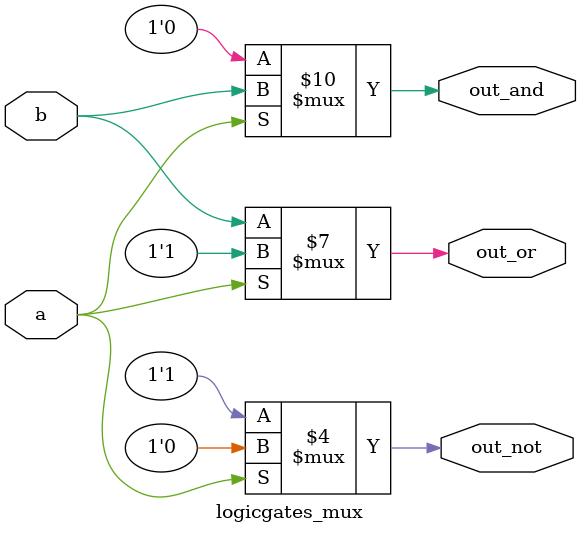
<source format=v>


module logicgates_mux(a,b,out_and,out_or,out_not);
input a,b;
output reg out_and,out_or,out_not;
always @(*)
begin
if(a==1'b0)
    begin
    out_and=1'b0;
    out_or= b;
    out_not=1'b1;
    end
 else
    begin
    out_and=b;
    out_or=1'b1;
    out_not=1'b0;
    end
  end
endmodule

</source>
